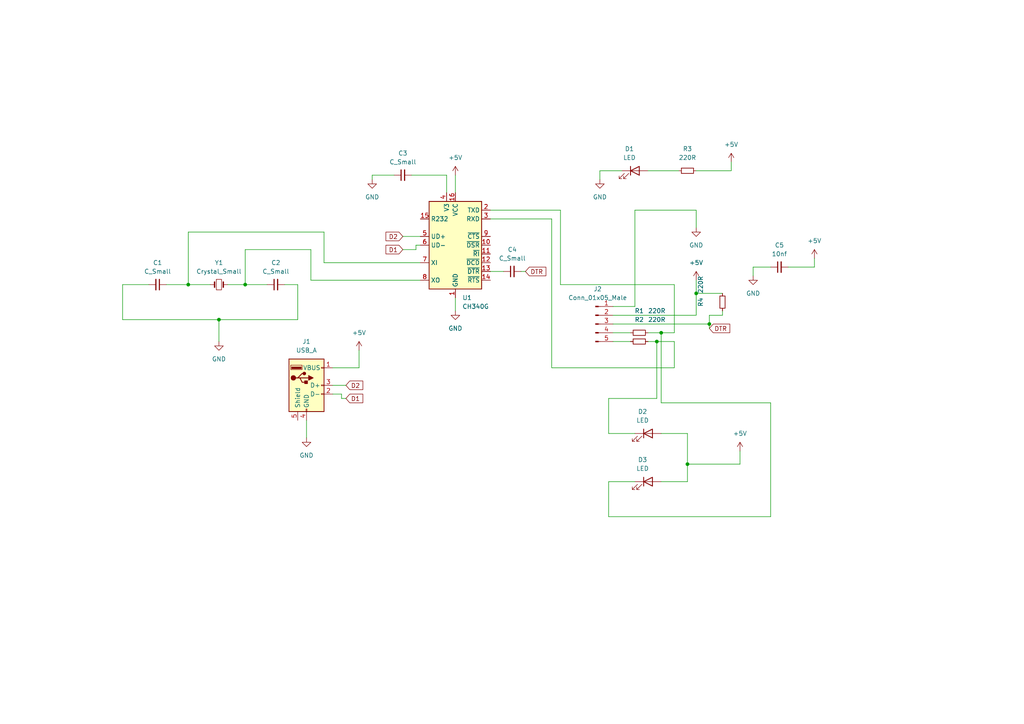
<source format=kicad_sch>
(kicad_sch (version 20211123) (generator eeschema)
  (paper "A4")
  (lib_symbols
    (symbol "Connector:Conn_01x05_Male" (pin_names (offset 1.016) hide)
      (property "Reference" "J" (at 0 7.62 0))
      (property "Value" "Conn_01x05_Male" (at 0 -7.62 0))
      (symbol "Conn_01x05_Male_1_1"
        (polyline (pts (xy 1.27 -5.08) (xy 0.8636 -5.08)) (stroke (width 0.1524)))
        (polyline (pts (xy 1.27 -2.54) (xy 0.8636 -2.54)) (stroke (width 0.1524)))
        (polyline (pts (xy 1.27 0) (xy 0.8636 0)) (stroke (width 0.1524)))
        (polyline (pts (xy 1.27 2.54) (xy 0.8636 2.54)) (stroke (width 0.1524)))
        (polyline (pts (xy 1.27 5.08) (xy 0.8636 5.08)) (stroke (width 0.1524)))
        (rectangle (start 0.8636 -4.953) (end 0 -5.207) (stroke (width 0.1524)) (fill (type outline)))
        (rectangle (start 0.8636 -2.413) (end 0 -2.667) (stroke (width 0.1524)) (fill (type outline)))
        (rectangle (start 0.8636 0.127) (end 0 -0.127) (stroke (width 0.1524)) (fill (type outline)))
        (rectangle (start 0.8636 2.667) (end 0 2.413) (stroke (width 0.1524)) (fill (type outline)))
        (rectangle (start 0.8636 5.207) (end 0 4.953) (stroke (width 0.1524)) (fill (type outline)))
        (pin passive line (at 5.08 5.08 180) (length 3.81) (name "Pin_1") (number "1"))
        (pin passive line (at 5.08 2.54 180) (length 3.81) (name "Pin_2") (number "2"))
        (pin passive line (at 5.08 0 180) (length 3.81) (name "Pin_3") (number "3"))
        (pin passive line (at 5.08 -2.54 180) (length 3.81) (name "Pin_4") (number "4"))
        (pin passive line (at 5.08 -5.08 180) (length 3.81) (name "Pin_5") (number "5"))
      )
    )
    (symbol "Connector:USB_A" (pin_names (offset 1.016))
      (property "Reference" "J" (at -5.08 11.43 0))
      (property "Value" "USB_A" (at -5.08 8.89 0))
      (symbol "USB_A_0_1"
        (rectangle (start -5.08 -7.62) (end 5.08 7.62) (stroke (width 0.254)) (fill (type background)))
        (circle (center -3.81 2.159) (radius 0.635) (stroke (width 0.254)) (fill (type outline)))
        (rectangle (start -1.524 4.826) (end -4.318 5.334) (fill (type outline)))
        (rectangle (start -1.27 4.572) (end -4.572 5.842))
        (circle (center -0.635 3.429) (radius 0.381) (stroke (width 0.254)) (fill (type outline)))
        (rectangle (start -0.127 -7.62) (end 0.127 -6.858))
        (polyline (pts (xy -3.175 2.159) (xy -2.54 2.159) (xy -1.27 3.429) (xy -0.635 3.429)) (stroke (width 0.254)))
        (polyline (pts (xy -2.54 2.159) (xy -1.905 2.159) (xy -1.27 0.889) (xy 0 0.889)) (stroke (width 0.254)))
        (polyline (pts (xy 0.635 2.794) (xy 0.635 1.524) (xy 1.905 2.159) (xy 0.635 2.794)) (stroke (width 0.254)) (fill (type outline)))
        (rectangle (start 0.254 1.27) (end -0.508 0.508) (stroke (width 0.254)) (fill (type outline)))
        (rectangle (start 5.08 -2.667) (end 4.318 -2.413))
        (rectangle (start 5.08 -0.127) (end 4.318 0.127))
        (rectangle (start 5.08 4.953) (end 4.318 5.207))
      )
      (symbol "USB_A_1_1"
        (polyline (pts (xy -1.905 2.159) (xy 0.635 2.159)) (stroke (width 0.254)))
        (pin power_in line (at 7.62 5.08 180) (length 2.54) (name "VBUS") (number "1"))
        (pin bidirectional line (at 7.62 -2.54 180) (length 2.54) (name "D-") (number "2"))
        (pin bidirectional line (at 7.62 0 180) (length 2.54) (name "D+") (number "3"))
        (pin power_in line (at 0 -10.16 90) (length 2.54) (name "GND") (number "4"))
        (pin passive line (at -2.54 -10.16 90) (length 2.54) (name "Shield") (number "5"))
      )
    )
    (symbol "Device:C_Small" (pin_numbers hide) (pin_names (offset 0.254) hide)
      (property "Reference" "C" (at 0.254 1.778 0))
      (property "Value" "C_Small" (at 0.254 -2.032 0))
      (symbol "C_Small_0_1"
        (polyline (pts (xy -1.524 -0.508) (xy 1.524 -0.508)) (stroke (width 0.3302)))
        (polyline (pts (xy -1.524 0.508) (xy 1.524 0.508)) (stroke (width 0.3048)))
      )
      (symbol "C_Small_1_1"
        (pin passive line (at 0 2.54 270) (length 2.032) (name "~") (number "1"))
        (pin passive line (at 0 -2.54 90) (length 2.032) (name "~") (number "2"))
      )
    )
    (symbol "Device:Crystal_Small" (pin_numbers hide) (pin_names (offset 1.016) hide)
      (property "Reference" "Y" (at 0 2.54 0))
      (property "Value" "Crystal_Small" (at 0 -2.54 0))
      (symbol "Crystal_Small_0_1"
        (rectangle (start -0.762 -1.524) (end 0.762 1.524))
        (polyline (pts (xy -1.27 -0.762) (xy -1.27 0.762)) (stroke (width 0.381)))
        (polyline (pts (xy 1.27 -0.762) (xy 1.27 0.762)) (stroke (width 0.381)))
      )
      (symbol "Crystal_Small_1_1"
        (pin passive line (at -2.54 0 0) (length 1.27) (name "1") (number "1"))
        (pin passive line (at 2.54 0 180) (length 1.27) (name "2") (number "2"))
      )
    )
    (symbol "Device:LED" (pin_numbers hide) (pin_names (offset 1.016) hide)
      (property "Reference" "D" (at 0 2.54 0))
      (property "Value" "LED" (at 0 -2.54 0))
      (symbol "LED_0_1"
        (polyline (pts (xy -1.27 -1.27) (xy -1.27 1.27)) (stroke (width 0.254)))
        (polyline (pts (xy -1.27 0) (xy 1.27 0)))
        (polyline (pts (xy 1.27 -1.27) (xy 1.27 1.27) (xy -1.27 0) (xy 1.27 -1.27)) (stroke (width 0.254)))
        (polyline (pts (xy -3.048 -0.762) (xy -4.572 -2.286) (xy -3.81 -2.286) (xy -4.572 -2.286) (xy -4.572 -1.524)))
        (polyline (pts (xy -1.778 -0.762) (xy -3.302 -2.286) (xy -2.54 -2.286) (xy -3.302 -2.286) (xy -3.302 -1.524)))
      )
      (symbol "LED_1_1"
        (pin passive line (at -3.81 0 0) (length 2.54) (name "K") (number "1"))
        (pin passive line (at 3.81 0 180) (length 2.54) (name "A") (number "2"))
      )
    )
    (symbol "Device:R_Small" (pin_numbers hide) (pin_names (offset 0.254) hide)
      (property "Reference" "R" (at 0.762 0.508 0))
      (property "Value" "R_Small" (at 0.762 -1.016 0))
      (symbol "R_Small_0_1"
        (rectangle (start -0.762 1.778) (end 0.762 -1.778) (stroke (width 0.2032)))
      )
      (symbol "R_Small_1_1"
        (pin passive line (at 0 2.54 270) (length 0.762) (name "~") (number "1"))
        (pin passive line (at 0 -2.54 90) (length 0.762) (name "~") (number "2"))
      )
    )
    (symbol "Interface_USB:CH340G"
      (property "Reference" "U" (at -5.08 13.97 0))
      (property "Value" "CH340G" (at 1.27 13.97 0))
      (symbol "CH340G_0_1"
        (rectangle (start -7.62 12.7) (end 7.62 -12.7) (stroke (width 0.254)) (fill (type background)))
      )
      (symbol "CH340G_1_1"
        (pin power_in line (at 0 -15.24 90) (length 2.54) (name "GND") (number "1"))
        (pin input line (at 10.16 0 180) (length 2.54) (name "~{DSR}") (number "10"))
        (pin input line (at 10.16 -2.54 180) (length 2.54) (name "~{RI}") (number "11"))
        (pin input line (at 10.16 -5.08 180) (length 2.54) (name "~{DCD}") (number "12"))
        (pin output line (at 10.16 -7.62 180) (length 2.54) (name "~{DTR}") (number "13"))
        (pin output line (at 10.16 -10.16 180) (length 2.54) (name "~{RTS}") (number "14"))
        (pin input line (at -10.16 7.62 0) (length 2.54) (name "R232") (number "15"))
        (pin power_in line (at 0 15.24 270) (length 2.54) (name "VCC") (number "16"))
        (pin output line (at 10.16 10.16 180) (length 2.54) (name "TXD") (number "2"))
        (pin input line (at 10.16 7.62 180) (length 2.54) (name "RXD") (number "3"))
        (pin passive line (at -2.54 15.24 270) (length 2.54) (name "V3") (number "4"))
        (pin bidirectional line (at -10.16 2.54 0) (length 2.54) (name "UD+") (number "5"))
        (pin bidirectional line (at -10.16 0 0) (length 2.54) (name "UD-") (number "6"))
        (pin input line (at -10.16 -5.08 0) (length 2.54) (name "XI") (number "7"))
        (pin output line (at -10.16 -10.16 0) (length 2.54) (name "XO") (number "8"))
        (pin input line (at 10.16 2.54 180) (length 2.54) (name "~{CTS}") (number "9"))
      )
    )
    (symbol "power:+5V" (power) (pin_names (offset 0))
      (property "Value" "+5V" (at 0 3.556 0))
      (symbol "+5V_0_1"
        (polyline (pts (xy -0.762 1.27) (xy 0 2.54)))
        (polyline (pts (xy 0 0) (xy 0 2.54)))
        (polyline (pts (xy 0 2.54) (xy 0.762 1.27)))
      )
      (symbol "+5V_1_1"
        (pin power_in line (at 0 0 90) (length 0) hide (name "+5V") (number "1"))
      )
    )
    (symbol "power:GND" (power) (pin_names (offset 0))
      (property "Value" "GND" (at 0 -3.81 0))
      (symbol "GND_0_1"
        (polyline (pts (xy 0 0) (xy 0 -1.27) (xy 1.27 -1.27) (xy 0 -2.54) (xy -1.27 -1.27) (xy 0 -1.27)))
      )
      (symbol "GND_1_1"
        (pin power_in line (at 0 0 270) (length 0) hide (name "GND") (number "1"))
      )
    )
  )
  (junction (at 190.5 99.06))
  (junction (at 71.12 82.55))
  (junction (at 205.74 93.98))
  (junction (at 191.77 96.52))
  (junction (at 199.39 134.62))
  (junction (at 201.93 85.09))
  (junction (at 54.61 82.55))
  (junction (at 63.5 92.71))
  (wire (pts (xy 214.63 134.62) (xy 199.39 134.62)))
  (wire (pts (xy 132.08 50.8) (xy 132.08 55.88)))
  (wire (pts (xy 96.52 111.76) (xy 100.33 111.76)))
  (wire (pts (xy 236.22 74.93) (xy 236.22 77.47)))
  (wire (pts (xy 142.24 78.74) (xy 146.05 78.74)))
  (wire (pts (xy 107.95 50.8) (xy 107.95 52.07)))
  (wire (pts (xy 114.3 50.8) (xy 107.95 50.8)))
  (wire (pts (xy 71.12 72.39) (xy 90.17 72.39)))
  (wire (pts (xy 176.53 139.7) (xy 176.53 149.86)))
  (wire (pts (xy 93.98 67.31) (xy 93.98 76.2)))
  (wire (pts (xy 116.84 68.58) (xy 121.92 68.58)))
  (wire (pts (xy 201.93 60.96) (xy 201.93 66.04)))
  (wire (pts (xy 218.44 77.47) (xy 223.52 77.47)))
  (wire (pts (xy 191.77 139.7) (xy 199.39 139.7)))
  (wire (pts (xy 214.63 130.81) (xy 214.63 134.62)))
  (wire (pts (xy 191.77 96.52) (xy 195.58 96.52)))
  (wire (pts (xy 212.09 46.99) (xy 212.09 49.53)))
  (wire (pts (xy 129.54 55.88) (xy 129.54 50.8)))
  (wire (pts (xy 120.65 71.12) (xy 121.92 71.12)))
  (wire (pts (xy 35.56 92.71) (xy 63.5 92.71)))
  (wire (pts (xy 63.5 92.71) (xy 63.5 99.06)))
  (wire (pts (xy 184.15 139.7) (xy 176.53 139.7)))
  (wire (pts (xy 177.8 93.98) (xy 205.74 93.98)))
  (wire (pts (xy 54.61 82.55) (xy 54.61 67.31)))
  (wire (pts (xy 176.53 149.86) (xy 223.52 149.86)))
  (wire (pts (xy 96.52 106.68) (xy 104.14 106.68)))
  (wire (pts (xy 119.38 50.8) (xy 129.54 50.8)))
  (wire (pts (xy 71.12 82.55) (xy 77.47 82.55)))
  (wire (pts (xy 160.02 106.68) (xy 160.02 63.5)))
  (wire (pts (xy 120.65 72.39) (xy 120.65 71.12)))
  (wire (pts (xy 190.5 99.06) (xy 195.58 99.06)))
  (wire (pts (xy 184.15 125.73) (xy 176.53 125.73)))
  (wire (pts (xy 187.96 49.53) (xy 196.85 49.53)))
  (wire (pts (xy 162.56 82.55) (xy 162.56 60.96)))
  (wire (pts (xy 191.77 116.84) (xy 191.77 96.52)))
  (wire (pts (xy 205.74 91.44) (xy 209.55 91.44)))
  (wire (pts (xy 48.26 82.55) (xy 54.61 82.55)))
  (wire (pts (xy 195.58 106.68) (xy 160.02 106.68)))
  (wire (pts (xy 71.12 82.55) (xy 71.12 72.39)))
  (wire (pts (xy 132.08 86.36) (xy 132.08 90.17)))
  (wire (pts (xy 177.8 99.06) (xy 182.88 99.06)))
  (wire (pts (xy 63.5 92.71) (xy 86.36 92.71)))
  (wire (pts (xy 54.61 82.55) (xy 60.96 82.55)))
  (wire (pts (xy 195.58 82.55) (xy 162.56 82.55)))
  (wire (pts (xy 199.39 125.73) (xy 199.39 134.62)))
  (wire (pts (xy 205.74 93.98) (xy 205.74 95.25)))
  (wire (pts (xy 176.53 115.57) (xy 190.5 115.57)))
  (wire (pts (xy 99.06 114.3) (xy 99.06 115.57)))
  (wire (pts (xy 173.99 49.53) (xy 180.34 49.53)))
  (wire (pts (xy 218.44 80.01) (xy 218.44 77.47)))
  (wire (pts (xy 177.8 88.9) (xy 184.15 88.9)))
  (wire (pts (xy 82.55 82.55) (xy 86.36 82.55)))
  (wire (pts (xy 184.15 88.9) (xy 184.15 60.96)))
  (wire (pts (xy 195.58 99.06) (xy 195.58 106.68)))
  (wire (pts (xy 187.96 96.52) (xy 191.77 96.52)))
  (wire (pts (xy 86.36 82.55) (xy 86.36 92.71)))
  (wire (pts (xy 151.13 78.74) (xy 152.4 78.74)))
  (wire (pts (xy 93.98 76.2) (xy 121.92 76.2)))
  (wire (pts (xy 190.5 115.57) (xy 190.5 99.06)))
  (wire (pts (xy 201.93 81.28) (xy 201.93 85.09)))
  (wire (pts (xy 35.56 82.55) (xy 43.18 82.55)))
  (wire (pts (xy 223.52 149.86) (xy 223.52 116.84)))
  (wire (pts (xy 142.24 60.96) (xy 162.56 60.96)))
  (wire (pts (xy 228.6 77.47) (xy 236.22 77.47)))
  (wire (pts (xy 176.53 125.73) (xy 176.53 115.57)))
  (wire (pts (xy 201.93 85.09) (xy 201.93 91.44)))
  (wire (pts (xy 177.8 91.44) (xy 201.93 91.44)))
  (wire (pts (xy 35.56 92.71) (xy 35.56 82.55)))
  (wire (pts (xy 99.06 115.57) (xy 100.33 115.57)))
  (wire (pts (xy 187.96 99.06) (xy 190.5 99.06)))
  (wire (pts (xy 66.04 82.55) (xy 71.12 82.55)))
  (wire (pts (xy 90.17 72.39) (xy 90.17 81.28)))
  (wire (pts (xy 177.8 96.52) (xy 182.88 96.52)))
  (wire (pts (xy 96.52 114.3) (xy 99.06 114.3)))
  (wire (pts (xy 201.93 49.53) (xy 212.09 49.53)))
  (wire (pts (xy 116.84 72.39) (xy 120.65 72.39)))
  (wire (pts (xy 90.17 81.28) (xy 121.92 81.28)))
  (wire (pts (xy 201.93 85.09) (xy 209.55 85.09)))
  (wire (pts (xy 184.15 60.96) (xy 201.93 60.96)))
  (wire (pts (xy 195.58 96.52) (xy 195.58 82.55)))
  (wire (pts (xy 199.39 134.62) (xy 199.39 139.7)))
  (wire (pts (xy 88.9 121.92) (xy 88.9 127)))
  (wire (pts (xy 142.24 63.5) (xy 160.02 63.5)))
  (wire (pts (xy 104.14 101.6) (xy 104.14 106.68)))
  (wire (pts (xy 54.61 67.31) (xy 93.98 67.31)))
  (wire (pts (xy 223.52 116.84) (xy 191.77 116.84)))
  (wire (pts (xy 191.77 125.73) (xy 199.39 125.73)))
  (wire (pts (xy 205.74 93.98) (xy 205.74 91.44)))
  (wire (pts (xy 173.99 52.07) (xy 173.99 49.53)))
  (wire (pts (xy 209.55 91.44) (xy 209.55 90.17)))
  (global_label "D1" (shape input) (at 116.84 72.39 180) (property "Intersheet References" "${INTERSHEET_REFS}" (effects hide)))
  (global_label "D2" (shape input) (at 100.33 111.76 0) (property "Intersheet References" "${INTERSHEET_REFS}" (effects hide)))
  (global_label "DTR" (shape input) (at 152.4 78.74 0) (property "Intersheet References" "${INTERSHEET_REFS}" (effects hide)))
  (global_label "DTR" (shape input) (at 205.74 95.25 0) (property "Intersheet References" "${INTERSHEET_REFS}" (effects hide)))
  (global_label "D2" (shape input) (at 116.84 68.58 180) (property "Intersheet References" "${INTERSHEET_REFS}" (effects hide)))
  (global_label "D1" (shape input) (at 100.33 115.57 0) (property "Intersheet References" "${INTERSHEET_REFS}" (effects hide)))
  (symbol (lib_id "power:GND") (at 201.93 66.04 0) (unit 1)
    (property "Reference" "#PWR08" (effects hide))
    (property "Value" "GND" (at 201.93 71.12 0))
  )
  (symbol (lib_id "Device:R_Small") (at 185.42 96.52 90) (unit 1)
    (property "Reference" "R1" (at 185.42 90.17 90))
    (property "Value" "220R" (at 190.5 90.17 90))
    (property "Footprint" "Resistor_SMD:R_1206_3216Metric" (effects hide))
  )
  (symbol (lib_id "power:GND") (at 107.95 52.07 0) (unit 1)
    (property "Reference" "#PWR04" (effects hide))
    (property "Value" "GND" (at 107.95 57.15 0))
  )
  (symbol (lib_id "Interface_USB:CH340G") (at 132.08 71.12 0) (unit 1)
    (property "Reference" "U1" (at 134.0994 86.36 0) (effects (justify left)))
    (property "Value" "CH340G" (at 134.0994 88.9 0) (effects (justify left)))
    (property "Footprint" "Package_SO:SOIC-16_3.9x9.9mm_P1.27mm" (effects hide))
    (property "Datasheet" "http://www.datasheet5.com/pdf-local-2195953" (effects hide))
  )
  (symbol (lib_id "power:GND") (at 88.9 127 0) (unit 1)
    (property "Reference" "#PWR02" (effects hide))
    (property "Value" "GND" (at 88.9 132.08 0))
  )
  (symbol (lib_id "Device:Crystal_Small") (at 63.5 82.55 0) (unit 1)
    (property "Reference" "Y1" (at 63.5 76.2 0))
    (property "Value" "Crystal_Small" (at 63.5 78.74 0))
    (property "Footprint" "Crystal:Crystal_SMD_HC49-SD_HandSoldering" (effects hide))
  )
  (symbol (lib_id "Device:R_Small") (at 209.55 87.63 180) (unit 1)
    (property "Reference" "R4" (at 203.2 87.63 90))
    (property "Value" "220R" (at 203.2 82.55 90))
    (property "Footprint" "Resistor_SMD:R_1206_3216Metric" (effects hide))
  )
  (symbol (lib_id "Device:LED") (at 187.96 139.7 0) (unit 1)
    (property "Reference" "D3" (at 186.3725 133.35 0))
    (property "Value" "LED" (at 186.3725 135.89 0))
    (property "Footprint" "LED_SMD:LED_1206_3216Metric" (effects hide))
  )
  (symbol (lib_id "power:+5V") (at 201.93 81.28 0) (unit 1)
    (property "Reference" "#PWR09" (effects hide))
    (property "Value" "+5V" (at 201.93 76.2 0))
  )
  (symbol (lib_id "power:GND") (at 218.44 80.01 0) (unit 1)
    (property "Reference" "#PWR012" (effects hide))
    (property "Value" "GND" (at 218.44 85.09 0))
  )
  (symbol (lib_id "Device:C_Small") (at 45.72 82.55 270) (unit 1)
    (property "Reference" "C1" (at 45.7136 76.2 90))
    (property "Value" "C_Small" (at 45.7136 78.74 90))
    (property "Footprint" "Capacitor_SMD:C_1206_3216Metric" (effects hide))
  )
  (symbol (lib_id "Device:C_Small") (at 80.01 82.55 90) (unit 1)
    (property "Reference" "C2" (at 80.0163 76.2 90))
    (property "Value" "C_Small" (at 80.0163 78.74 90))
    (property "Footprint" "Capacitor_SMD:C_1206_3216Metric" (effects hide))
  )
  (symbol (lib_id "power:+5V") (at 236.22 74.93 0) (unit 1)
    (property "Reference" "#PWR013" (effects hide))
    (property "Value" "+5V" (at 236.22 69.85 0))
  )
  (symbol (lib_id "power:GND") (at 132.08 90.17 0) (unit 1)
    (property "Reference" "#PWR06" (effects hide))
    (property "Value" "GND" (at 132.08 95.25 0))
  )
  (symbol (lib_id "Device:LED") (at 187.96 125.73 0) (unit 1)
    (property "Reference" "D2" (at 186.3725 119.38 0))
    (property "Value" "LED" (at 186.3725 121.92 0))
    (property "Footprint" "LED_SMD:LED_1206_3216Metric" (effects hide))
  )
  (symbol (lib_id "power:+5V") (at 132.08 50.8 0) (unit 1)
    (property "Reference" "#PWR05" (effects hide))
    (property "Value" "+5V" (at 132.08 45.72 0))
  )
  (symbol (lib_id "Connector:Conn_01x05_Male") (at 172.72 93.98 0) (unit 1)
    (property "Reference" "J2" (at 173.355 83.82 0))
    (property "Value" "Conn_01x05_Male" (at 173.355 86.36 0))
    (property "Footprint" "Connector_Harwin:Harwin_M20-89005xx_1x05_P2.54mm_Horizontal" (effects hide))
  )
  (symbol (lib_id "Device:C_Small") (at 226.06 77.47 90) (unit 1)
    (property "Reference" "C5" (at 226.0663 71.12 90))
    (property "Value" "10nf" (at 226.0663 73.66 90))
    (property "Footprint" "Capacitor_SMD:C_1206_3216Metric" (effects hide))
  )
  (symbol (lib_id "power:+5V") (at 104.14 101.6 0) (unit 1)
    (property "Reference" "#PWR03" (effects hide))
    (property "Value" "+5V" (at 104.14 96.52 0))
  )
  (symbol (lib_id "power:GND") (at 63.5 99.06 0) (unit 1)
    (property "Reference" "#PWR01" (effects hide))
    (property "Value" "GND" (at 63.5 104.14 0))
  )
  (symbol (lib_id "power:+5V") (at 214.63 130.81 0) (unit 1)
    (property "Reference" "#PWR011" (effects hide))
    (property "Value" "+5V" (at 214.63 125.73 0))
  )
  (symbol (lib_id "Device:LED") (at 184.15 49.53 0) (unit 1)
    (property "Reference" "D1" (at 182.5625 43.18 0))
    (property "Value" "LED" (at 182.5625 45.72 0))
    (property "Footprint" "LED_SMD:LED_1206_3216Metric" (effects hide))
  )
  (symbol (lib_id "power:GND") (at 173.99 52.07 0) (unit 1)
    (property "Reference" "#PWR07" (effects hide))
    (property "Value" "GND" (at 173.99 57.15 0))
  )
  (symbol (lib_id "power:+5V") (at 212.09 46.99 0) (unit 1)
    (property "Reference" "#PWR010" (effects hide))
    (property "Value" "+5V" (at 212.09 41.91 0))
  )
  (symbol (lib_id "Device:C_Small") (at 116.84 50.8 90) (unit 1)
    (property "Reference" "C3" (at 116.8463 44.45 90))
    (property "Value" "C_Small" (at 116.8463 46.99 90))
    (property "Footprint" "Capacitor_SMD:C_1206_3216Metric" (effects hide))
  )
  (symbol (lib_id "Device:R_Small") (at 199.39 49.53 90) (unit 1)
    (property "Reference" "R3" (at 199.39 43.18 90))
    (property "Value" "220R" (at 199.39 45.72 90))
    (property "Footprint" "Resistor_SMD:R_1206_3216Metric" (effects hide))
  )
  (symbol (lib_id "Device:C_Small") (at 148.59 78.74 90) (unit 1)
    (property "Reference" "C4" (at 148.5963 72.39 90))
    (property "Value" "C_Small" (at 148.5963 74.93 90))
    (property "Footprint" "Capacitor_SMD:C_1206_3216Metric" (effects hide))
  )
  (symbol (lib_id "Connector:USB_A") (at 88.9 111.76 0) (unit 1)
    (property "Reference" "J1" (at 88.9 99.06 0))
    (property "Value" "USB_A" (at 88.9 101.6 0))
    (property "Footprint" "pcb_usb:pcb_usb" (effects hide))
    (property "Datasheet" " ~" (effects hide))
  )
  (symbol (lib_id "Device:R_Small") (at 185.42 99.06 90) (unit 1)
    (property "Reference" "R2" (at 185.42 92.71 90))
    (property "Value" "220R" (at 190.5 92.71 90))
    (property "Footprint" "Resistor_SMD:R_1206_3216Metric" (effects hide))
  )
)
</source>
